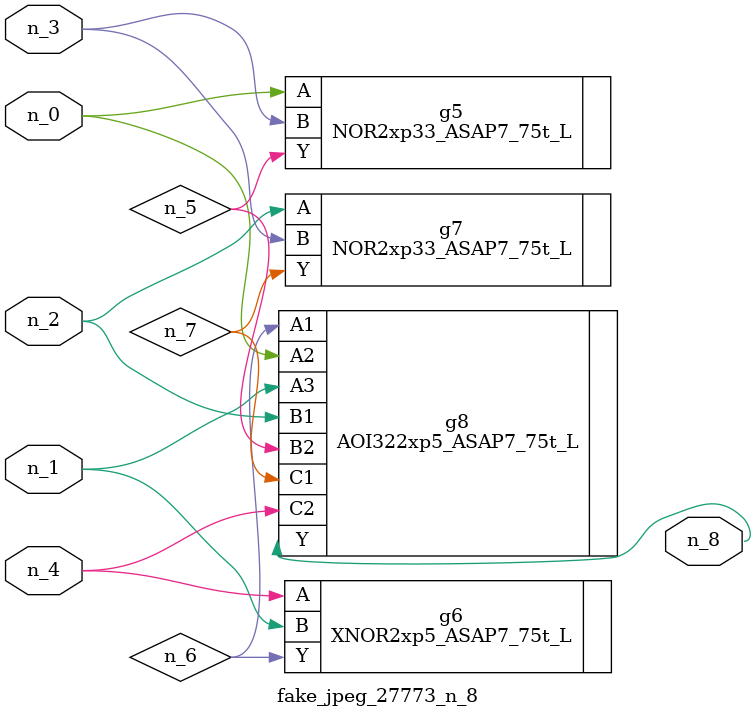
<source format=v>
module fake_jpeg_27773_n_8 (n_3, n_2, n_1, n_0, n_4, n_8);

input n_3;
input n_2;
input n_1;
input n_0;
input n_4;

output n_8;

wire n_6;
wire n_5;
wire n_7;

NOR2xp33_ASAP7_75t_L g5 ( 
.A(n_0),
.B(n_3),
.Y(n_5)
);

XNOR2xp5_ASAP7_75t_L g6 ( 
.A(n_4),
.B(n_1),
.Y(n_6)
);

NOR2xp33_ASAP7_75t_L g7 ( 
.A(n_2),
.B(n_3),
.Y(n_7)
);

AOI322xp5_ASAP7_75t_L g8 ( 
.A1(n_6),
.A2(n_0),
.A3(n_1),
.B1(n_2),
.B2(n_5),
.C1(n_7),
.C2(n_4),
.Y(n_8)
);


endmodule
</source>
